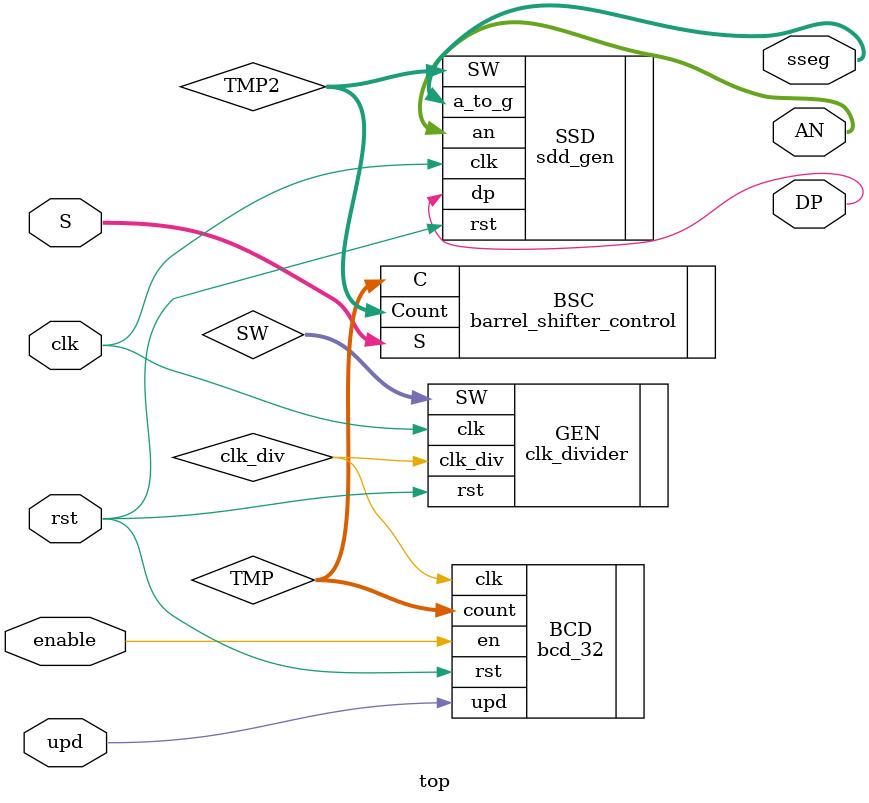
<source format=v>
`timescale 1ns / 1ps


module top(
            input clk,
            input rst,
            //input [4:0] SW, 
            input [15:0] S,
            input enable, 
            input upd, 
            output wire [6:0] sseg,
            output wire [7:0] AN,
            output wire DP
          );
         wire [4:0] SW;
         wire clk_div; 
         
         
         clk_divider  GEN    (
                              .clk(clk),
                              .rst(rst),
                              .SW(SW), 
                              .clk_div(clk_div)
                              ); 
          
         wire [31:0] TMP;                 

          bcd_32  BCD    (
                          .clk(clk_div),
                          .rst(rst),
                          .en(enable),
                          .upd(upd),
                          .count(TMP)
                          );
         wire [31:0] TMP2;
         barrel_shifter_control  BSC   (
                                        .S(S),
                                        .C(TMP),
                                        .Count(TMP2)
         );
                          
                          
         sdd_gen   SSD   (
                           .SW(TMP2),
                           .clk(clk),
                           .rst(rst),
                           .a_to_g(sseg),
                           .an(AN),
                           .dp(DP)
                          );                 
          
endmodule

</source>
